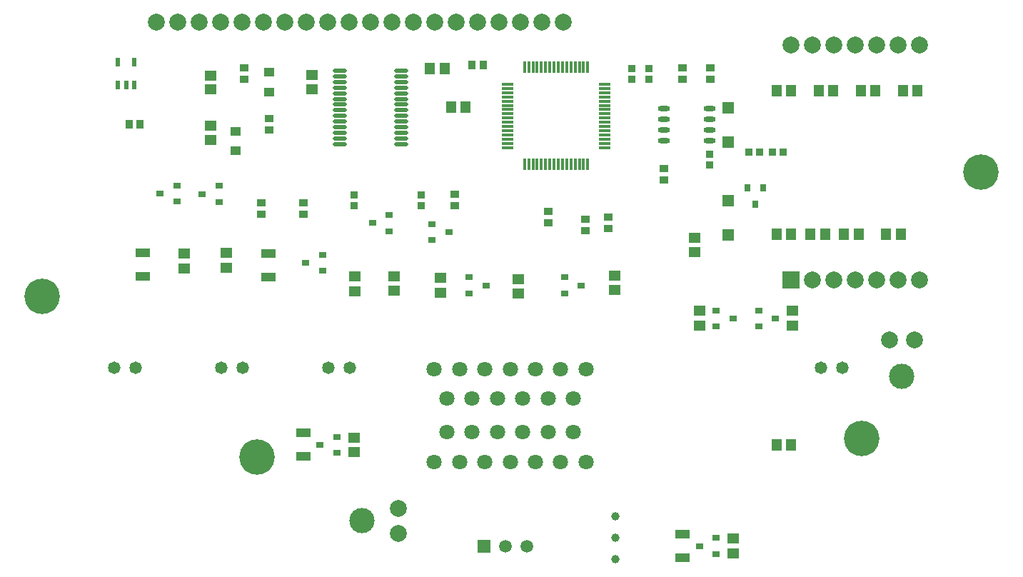
<source format=gbr>
%TF.GenerationSoftware,Altium Limited,Altium Designer,18.1.7 (191)*%
G04 Layer_Color=255*
%FSLAX26Y26*%
%MOIN*%
%TF.FileFunction,Pads,Bot*%
%TF.Part,Single*%
G01*
G75*
%TA.AperFunction,SMDPad,CuDef*%
%ADD15R,0.053150X0.045276*%
%ADD19R,0.045276X0.053150*%
%ADD21R,0.031496X0.035433*%
%ADD22R,0.070866X0.039370*%
%TA.AperFunction,ComponentPad*%
%ADD29R,0.055118X0.055118*%
%ADD30C,0.078740*%
%ADD31C,0.070866*%
%ADD32C,0.058268*%
%TA.AperFunction,ViaPad*%
%ADD33C,0.165354*%
%TA.AperFunction,ComponentPad*%
%ADD34C,0.118110*%
%ADD35R,0.078740X0.078740*%
%ADD36C,0.039370*%
%ADD37R,0.059055X0.059055*%
%ADD38C,0.059055*%
%TA.AperFunction,SMDPad,CuDef*%
%ADD41R,0.035433X0.031496*%
%ADD42O,0.057087X0.023622*%
%ADD43R,0.055118X0.051181*%
%ADD44R,0.039370X0.035433*%
%ADD45R,0.037402X0.033465*%
%ADD46R,0.051181X0.043307*%
%ADD47R,0.035433X0.039370*%
%ADD48O,0.064961X0.019685*%
%ADD49R,0.023622X0.039370*%
%ADD50R,0.053150X0.011811*%
%ADD51R,0.011811X0.053150*%
%ADD52R,0.033465X0.037402*%
D15*
X944882Y1727362D02*
D03*
Y1658465D02*
D03*
X3206245Y1203740D02*
D03*
Y1134842D02*
D03*
X1417323Y1963583D02*
D03*
Y1894685D02*
D03*
X3661417Y792323D02*
D03*
Y861221D02*
D03*
X1803150Y954724D02*
D03*
Y1023622D02*
D03*
X2019685Y945866D02*
D03*
Y1014764D02*
D03*
X3228347Y792323D02*
D03*
Y861221D02*
D03*
X3385827Y-270669D02*
D03*
Y-201772D02*
D03*
X2830709Y957677D02*
D03*
Y1026575D02*
D03*
X2381890Y941929D02*
D03*
Y1010827D02*
D03*
X822835Y1060039D02*
D03*
Y1128937D02*
D03*
X1019685Y1132874D02*
D03*
Y1063976D02*
D03*
X1618110Y953740D02*
D03*
Y1022638D02*
D03*
X1614173Y201772D02*
D03*
Y270669D02*
D03*
D19*
X2136811Y1811024D02*
D03*
X2067913D02*
D03*
X3971457Y1220472D02*
D03*
X3902559D02*
D03*
X3587598Y1889764D02*
D03*
X3656496D02*
D03*
X1969488Y1992126D02*
D03*
X2038386D02*
D03*
X3587599Y236220D02*
D03*
X3656496D02*
D03*
X3813976Y1220472D02*
D03*
X3745079D02*
D03*
X3587599D02*
D03*
X3656496D02*
D03*
X4050197Y1889764D02*
D03*
X3981299D02*
D03*
X4247047D02*
D03*
X4178150D02*
D03*
X4099409Y1220472D02*
D03*
X4168307D02*
D03*
X3853347Y1889764D02*
D03*
X3784449D02*
D03*
D21*
X3488189Y1358268D02*
D03*
X3525590Y1437008D02*
D03*
X3450787D02*
D03*
D22*
X3149606Y-291339D02*
D03*
Y-181102D02*
D03*
X1377953Y181102D02*
D03*
Y291339D02*
D03*
X629921Y1023622D02*
D03*
Y1133858D02*
D03*
X1216535Y1019685D02*
D03*
Y1129921D02*
D03*
D29*
X3361614Y1650394D02*
D03*
Y1374803D02*
D03*
Y1217323D02*
D03*
Y1807874D02*
D03*
D30*
X2592323Y2209449D02*
D03*
X2492323D02*
D03*
X2392323D02*
D03*
X2292323D02*
D03*
X2192323D02*
D03*
X2092323D02*
D03*
X1992323D02*
D03*
X1892323D02*
D03*
X1792323D02*
D03*
X1692323D02*
D03*
X1592323D02*
D03*
X1492323D02*
D03*
X1392323D02*
D03*
X1292323D02*
D03*
X1192323D02*
D03*
X1092323D02*
D03*
X992323D02*
D03*
X892323D02*
D03*
X792323D02*
D03*
X692323D02*
D03*
X4232283Y725197D02*
D03*
X4114173D02*
D03*
X1823622Y-177165D02*
D03*
Y-59055D02*
D03*
X3754449Y1005512D02*
D03*
X3854449D02*
D03*
X3954449D02*
D03*
X4054449D02*
D03*
X4154449D02*
D03*
X4254449D02*
D03*
Y2103937D02*
D03*
X4154449D02*
D03*
X4054449D02*
D03*
X3954449D02*
D03*
X3854449D02*
D03*
X3754449D02*
D03*
X3654449D02*
D03*
D31*
X1989921Y156890D02*
D03*
X2108032D02*
D03*
X2226142D02*
D03*
X2344252D02*
D03*
X2462362D02*
D03*
X2580472D02*
D03*
X2698583D02*
D03*
X2048976Y294685D02*
D03*
X2167087D02*
D03*
X2285197D02*
D03*
X2403307D02*
D03*
X2521417D02*
D03*
X2639528D02*
D03*
X2048976Y452165D02*
D03*
X2167087D02*
D03*
X2285197D02*
D03*
X2403307D02*
D03*
X2521417D02*
D03*
X2639528D02*
D03*
X1989921Y589961D02*
D03*
X2108032D02*
D03*
X2226142D02*
D03*
X2344252D02*
D03*
X2462362D02*
D03*
X2580472D02*
D03*
X2698583D02*
D03*
D32*
X3795984Y597362D02*
D03*
X3895984D02*
D03*
X1595984D02*
D03*
X1495984D02*
D03*
X1095984D02*
D03*
X995984D02*
D03*
X595984D02*
D03*
X495984D02*
D03*
D33*
X4543307Y1507874D02*
D03*
X1161614Y178150D02*
D03*
X158661Y928228D02*
D03*
X3987008Y266142D02*
D03*
D34*
X4173228Y555118D02*
D03*
X1653543Y-118110D02*
D03*
D35*
X3654449Y1005512D02*
D03*
D36*
X2834646Y-196850D02*
D03*
Y-96850D02*
D03*
Y-296850D02*
D03*
D37*
X2222835Y-236220D02*
D03*
D38*
X2322835D02*
D03*
X2422835D02*
D03*
D41*
X905512Y1407480D02*
D03*
X984252Y1370079D02*
D03*
Y1444882D02*
D03*
X2059055Y1228740D02*
D03*
X1980315Y1266142D02*
D03*
Y1191339D02*
D03*
X3307087Y-198819D02*
D03*
Y-273622D02*
D03*
X3228347Y-236220D02*
D03*
X1779528Y1309055D02*
D03*
Y1234252D02*
D03*
X1700787Y1271653D02*
D03*
X3307087Y789370D02*
D03*
Y864173D02*
D03*
X3385827Y826772D02*
D03*
X1535433Y273622D02*
D03*
Y198819D02*
D03*
X1456693Y236220D02*
D03*
X1468504Y1124016D02*
D03*
Y1049213D02*
D03*
X1389764Y1086614D02*
D03*
X3503937Y789370D02*
D03*
Y864173D02*
D03*
X3582677Y826772D02*
D03*
X787402Y1446850D02*
D03*
Y1372047D02*
D03*
X708661Y1409449D02*
D03*
X2598425Y942913D02*
D03*
Y1017716D02*
D03*
X2677165Y980315D02*
D03*
X2152913Y942913D02*
D03*
Y1017716D02*
D03*
X2231654Y980315D02*
D03*
D42*
X3276575Y1806773D02*
D03*
Y1756773D02*
D03*
Y1706773D02*
D03*
Y1656773D02*
D03*
X3062008Y1806773D02*
D03*
Y1756773D02*
D03*
Y1706773D02*
D03*
Y1656773D02*
D03*
D43*
X944882Y1960630D02*
D03*
Y1897638D02*
D03*
D44*
X2086614Y1404528D02*
D03*
Y1351378D02*
D03*
X1181102Y1312008D02*
D03*
Y1365158D02*
D03*
X1377953Y1312008D02*
D03*
Y1365158D02*
D03*
X1220472Y1758858D02*
D03*
Y1705709D02*
D03*
X1102362Y1941929D02*
D03*
Y1995079D02*
D03*
X2695147Y1237205D02*
D03*
Y1290354D02*
D03*
X2803150Y1245079D02*
D03*
Y1298228D02*
D03*
X2521417Y1272638D02*
D03*
Y1325787D02*
D03*
X3062992Y1473425D02*
D03*
Y1526575D02*
D03*
X3279528Y1941929D02*
D03*
Y1995079D02*
D03*
X3149606Y1941929D02*
D03*
Y1995079D02*
D03*
D45*
X1614173Y1403543D02*
D03*
Y1352362D02*
D03*
X1929134Y1403543D02*
D03*
Y1352362D02*
D03*
X3275591Y1592520D02*
D03*
Y1541339D02*
D03*
X2913386Y1994094D02*
D03*
Y1942913D02*
D03*
X2992126Y1994094D02*
D03*
Y1942913D02*
D03*
D46*
X1220472Y1883858D02*
D03*
Y1974409D02*
D03*
X1062992Y1698819D02*
D03*
Y1608268D02*
D03*
D47*
X2165709Y2007874D02*
D03*
X2218858D02*
D03*
X617126Y1732284D02*
D03*
X563976D02*
D03*
D48*
X1835630Y1984016D02*
D03*
Y1957401D02*
D03*
Y1930787D02*
D03*
Y1904173D02*
D03*
Y1877559D02*
D03*
Y1850945D02*
D03*
Y1824331D02*
D03*
Y1797716D02*
D03*
Y1771102D02*
D03*
Y1744488D02*
D03*
Y1717874D02*
D03*
Y1691260D02*
D03*
Y1664646D02*
D03*
Y1638031D02*
D03*
X1550197Y1984016D02*
D03*
Y1957401D02*
D03*
Y1930787D02*
D03*
Y1904173D02*
D03*
Y1877559D02*
D03*
Y1850945D02*
D03*
Y1824331D02*
D03*
Y1797716D02*
D03*
Y1771102D02*
D03*
Y1744488D02*
D03*
Y1717874D02*
D03*
Y1691260D02*
D03*
Y1664646D02*
D03*
Y1638031D02*
D03*
D49*
X588583Y1914370D02*
D03*
X551181D02*
D03*
X513780D02*
D03*
Y2022638D02*
D03*
X588583D02*
D03*
D50*
X2785433Y1624016D02*
D03*
Y1643701D02*
D03*
Y1663386D02*
D03*
Y1683071D02*
D03*
Y1702756D02*
D03*
Y1722441D02*
D03*
Y1742126D02*
D03*
Y1761811D02*
D03*
Y1781496D02*
D03*
Y1801181D02*
D03*
Y1820866D02*
D03*
Y1840551D02*
D03*
Y1860236D02*
D03*
Y1879921D02*
D03*
Y1899606D02*
D03*
Y1919291D02*
D03*
X2332677D02*
D03*
Y1899606D02*
D03*
Y1879921D02*
D03*
Y1860236D02*
D03*
Y1840551D02*
D03*
Y1820866D02*
D03*
Y1801181D02*
D03*
Y1781496D02*
D03*
Y1761811D02*
D03*
Y1742126D02*
D03*
Y1722441D02*
D03*
Y1702756D02*
D03*
Y1683071D02*
D03*
Y1663386D02*
D03*
Y1643701D02*
D03*
Y1624016D02*
D03*
D51*
X2706693Y1998031D02*
D03*
X2687008D02*
D03*
X2667323D02*
D03*
X2647638D02*
D03*
X2627953D02*
D03*
X2608268D02*
D03*
X2588583D02*
D03*
X2568898D02*
D03*
X2549213D02*
D03*
X2529528D02*
D03*
X2509843D02*
D03*
X2490157D02*
D03*
X2470472D02*
D03*
X2450787D02*
D03*
X2431102D02*
D03*
X2411417D02*
D03*
Y1545275D02*
D03*
X2431102D02*
D03*
X2450787D02*
D03*
X2470472D02*
D03*
X2490157D02*
D03*
X2509843D02*
D03*
X2529528D02*
D03*
X2549213D02*
D03*
X2568898D02*
D03*
X2588583D02*
D03*
X2608268D02*
D03*
X2627953D02*
D03*
X2647638D02*
D03*
X2667323D02*
D03*
X2687008D02*
D03*
X2706693D02*
D03*
D52*
X3509843Y1602362D02*
D03*
X3458661D02*
D03*
X3620079D02*
D03*
X3568898D02*
D03*
%TF.MD5,0ac9e4d607eca710ead846c460a297de*%
M02*

</source>
